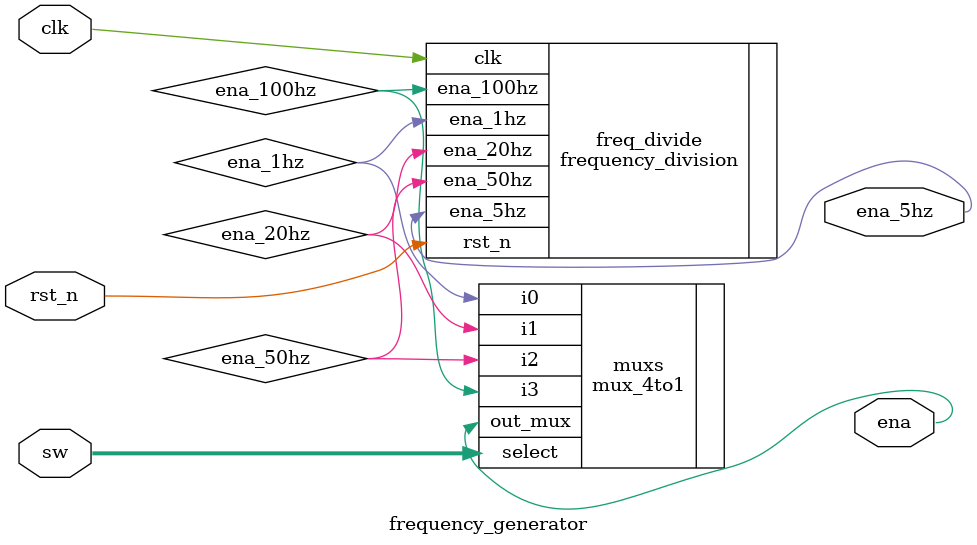
<source format=v>
module frequency_generator (
    input clk, rst_n,
    input [1:0] sw,
    output ena, ena_5hz
);
    wire ena_1hz, ena_20hz, ena_50hz, ena_100hz;

    frequency_division freq_divide (.clk(clk), .rst_n(rst_n), .ena_1hz(ena_1hz), .ena_5hz(ena_5hz), .ena_20hz(ena_20hz), .ena_50hz(ena_50hz), .ena_100hz(ena_100hz));
    mux_4to1 muxs (.i0(ena_1hz), .i1(ena_20hz), .i2(ena_50hz), .i3(ena_100hz), .select(sw), .out_mux(ena));

endmodule
</source>
